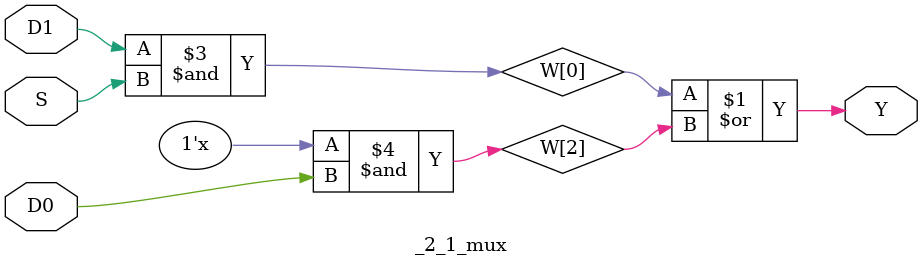
<source format=v>
`timescale 1ns / 1ps

module _2_1_mux(D1,D0,S,Y);
input D1,D0;
input S;
output Y;
wire W[2:0];
and and1(W[0],D1,S);
not not1(W[1],S);
and and2(W[2],W[1],D0);
or or1(Y,W[0],W[2]);
endmodule
</source>
